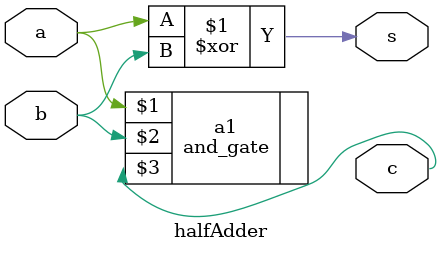
<source format=sv>
`timescale 1ns / 1ps


module halfAdder(
    input a,
    input b,
    output s,
    output c
    );
    xor(s,a,b);
    and_gate a1(a,b,c);
endmodule

</source>
